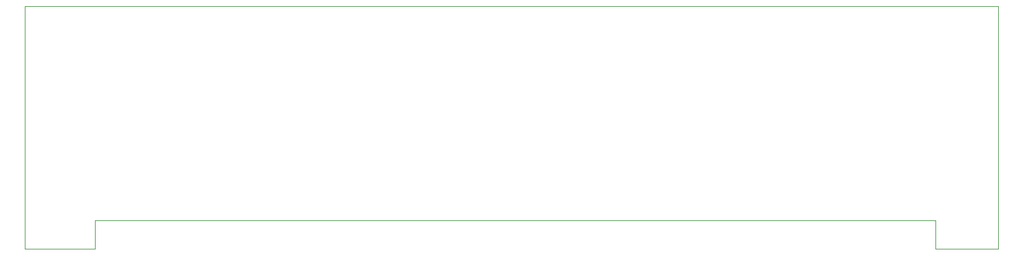
<source format=gko>
%FSLAX23Y23*%
%MOIN*%
%SFA1B1*%

%IPPOS*%
%ADD22C,0.003940*%
%LNfluke_8505a_board-1*%
%LPD*%
G54D22*
X802Y-217D02*
Y970D01*
X-3145D02*
X802D01*
X-4426D02*
X-3145D01*
X-4426Y-335D02*
Y970D01*
Y-335D02*
X-4048D01*
Y-182*
X-3918*
X187*
X802Y-335D02*
Y-217D01*
Y-335D02*
D01*
X463D02*
X802D01*
X463D02*
Y-182D01*
X187D02*
X463D01*
M02*
</source>
